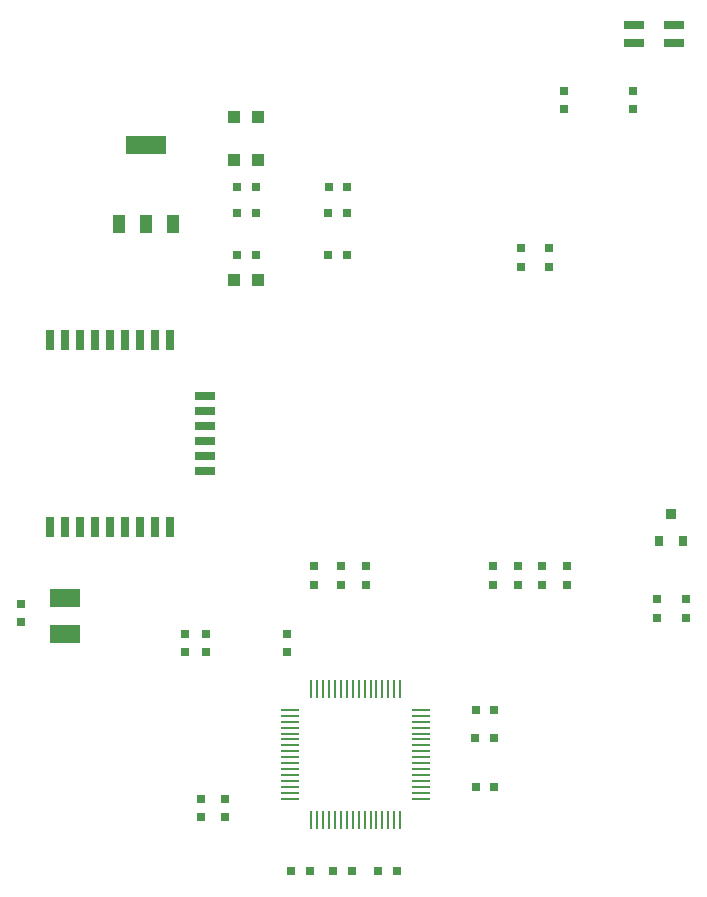
<source format=gtp>
%FSTAX23Y23*%
%MOIN*%
%SFA1B1*%

%IPPOS*%
%ADD27O,0.009840X0.061020*%
%ADD28O,0.061020X0.009840*%
%ADD29R,0.030000X0.025000*%
%ADD30R,0.025000X0.030000*%
%ADD31R,0.039370X0.043310*%
%ADD32R,0.031500X0.070000*%
%ADD33R,0.070000X0.031500*%
%ADD34R,0.070870X0.031500*%
%ADD35R,0.031500X0.035430*%
%ADD36R,0.035430X0.035430*%
%ADD37R,0.043310X0.061020*%
%ADD38R,0.043310X0.061020*%
%ADD39R,0.135830X0.061020*%
%ADD40R,0.098430X0.062990*%
%LNÑ§Ï°ÐÍºìÍâ×ª·¢Æ÷-1*%
%LPD*%
G54D27*
X06372Y03727D03*
X06392D03*
X06411D03*
X06431D03*
X06451D03*
X0647D03*
X0649D03*
X0651D03*
X06529D03*
X06549D03*
X06569D03*
X06588D03*
X06608D03*
X06628D03*
X06647D03*
X06667D03*
Y04162D03*
X06647D03*
X06628D03*
X06608D03*
X06588D03*
X06569D03*
X06549D03*
X06529D03*
X0651D03*
X0649D03*
X0647D03*
X06451D03*
X06431D03*
X06411D03*
X06392D03*
X06372D03*
G54D28*
X06737Y03797D03*
Y03817D03*
Y03836D03*
Y03856D03*
Y03876D03*
Y03895D03*
Y03915D03*
Y03935D03*
Y03954D03*
Y03974D03*
Y03994D03*
Y04013D03*
Y04033D03*
Y04053D03*
Y04072D03*
Y04092D03*
X06302D03*
Y04072D03*
Y04053D03*
Y04033D03*
Y04013D03*
Y03994D03*
Y03974D03*
Y03954D03*
Y03935D03*
Y03915D03*
Y03895D03*
Y03876D03*
Y03856D03*
Y03836D03*
Y03817D03*
Y03797D03*
G54D29*
X07165Y05569D03*
Y05631D03*
X0629Y04346D03*
Y04284D03*
X06085Y03734D03*
Y03796D03*
X06004D03*
Y03734D03*
X0707Y05569D03*
Y05631D03*
X07225Y04571D03*
Y04509D03*
X06555Y04571D03*
Y04509D03*
X0638Y04571D03*
Y04509D03*
X0762Y04461D03*
Y04399D03*
X07445Y06094D03*
Y06156D03*
X06019Y04346D03*
Y04284D03*
X05949Y04346D03*
Y04284D03*
X07215Y06094D03*
Y06156D03*
X07061Y04571D03*
Y04509D03*
X0647D03*
Y04571D03*
X07524Y04399D03*
Y04461D03*
X05405Y04446D03*
Y04384D03*
X0714Y04509D03*
Y04571D03*
X06977D03*
Y04509D03*
G54D30*
X06917Y03999D03*
X06979D03*
X06594Y03555D03*
X06656D03*
X06506D03*
X06444D03*
X0649Y0561D03*
X06428D03*
X06429Y05835D03*
X06491D03*
X06428Y05748D03*
X0649D03*
X06366Y03555D03*
X06304D03*
X06919Y03835D03*
X06981D03*
X06124Y05835D03*
X06186D03*
X06124Y05748D03*
X06186D03*
X06124Y0561D03*
X06186D03*
X06981Y04093D03*
X06919D03*
G54D31*
X06115Y05925D03*
X06194D03*
X06115Y0607D03*
X06194D03*
X06115Y05525D03*
X06194D03*
G54D32*
X05502Y04702D03*
X05552D03*
X05602D03*
X05652D03*
X05702D03*
X05752D03*
X05802D03*
X05852D03*
X05902D03*
Y05327D03*
X05852D03*
X05802D03*
X05752D03*
X05702D03*
X05652D03*
X05602D03*
X05552D03*
X05502D03*
G54D33*
X06017Y0489D03*
Y0494D03*
Y0499D03*
Y0504D03*
Y0509D03*
Y0514D03*
G54D34*
X07448Y06374D03*
Y06315D03*
X07581D03*
Y06374D03*
G54D35*
X0753Y04655D03*
X0761Y04654D03*
G54D36*
X07569Y04746D03*
G54D37*
X05729Y05712D03*
G54D38*
X0591Y05712D03*
X0582D03*
G54D39*
X0582Y05977D03*
G54D40*
X0555Y04464D03*
Y04346D03*
M02*
</source>
